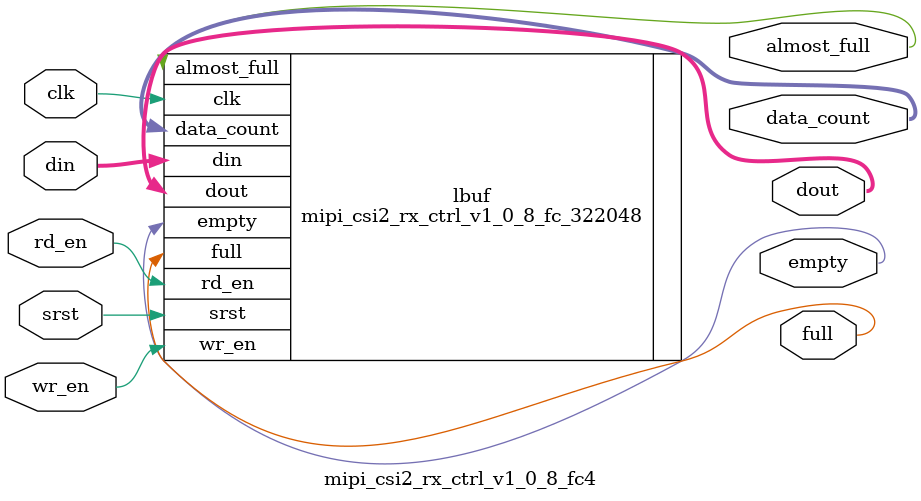
<source format=v>
`timescale 1ns/1ps
module mipi_csi2_rx_ctrl_v1_0_8_fc4 (
input          clk        ,
input          srst       ,
input  [32+4-1:0]  din  ,
input          wr_en      ,
input          rd_en      ,
output  [32+4-1:0]  dout,
output         full       ,
output         almost_full,
output         empty      ,
output [11-1:0]  data_count
);

mipi_csi2_rx_ctrl_v1_0_8_fc_322048 lbuf (
 .clk         (clk         ),
 .srst        (srst        ),
 .din         (din         ),
 .wr_en       (wr_en       ),
 .rd_en       (rd_en       ),
 .dout        (dout        ),
 .full        (full        ),
 .almost_full (almost_full ),
 .empty       (empty       ),
 .data_count  (data_count  ) 
);
endmodule

</source>
